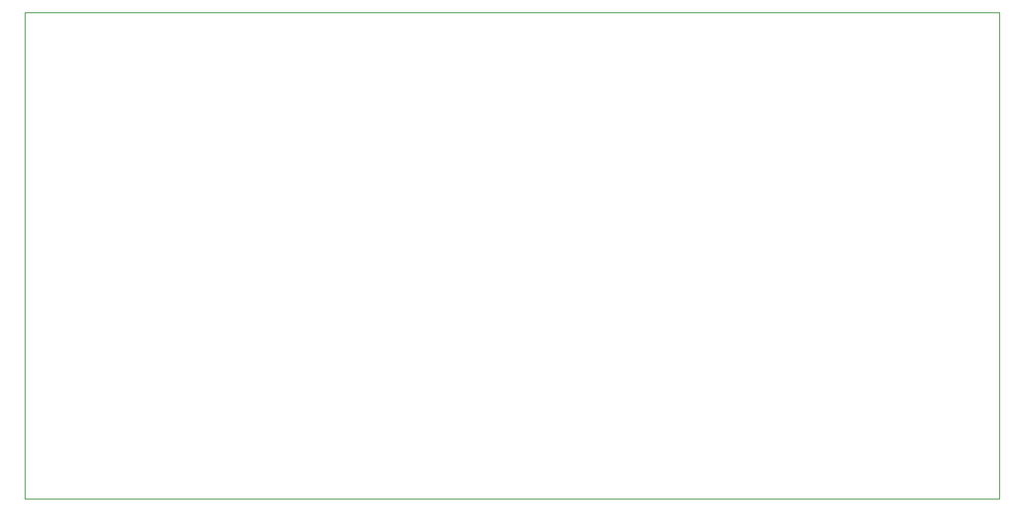
<source format=gbr>
%TF.GenerationSoftware,KiCad,Pcbnew,8.0.0-8.0.0-1~ubuntu22.04.1*%
%TF.CreationDate,2024-03-07T15:00:58-08:00*%
%TF.ProjectId,INAAmplifierRev2,494e4141-6d70-46c6-9966-696572526576,rev?*%
%TF.SameCoordinates,PX2bf7208PY9a4d770*%
%TF.FileFunction,Profile,NP*%
%FSLAX46Y46*%
G04 Gerber Fmt 4.6, Leading zero omitted, Abs format (unit mm)*
G04 Created by KiCad (PCBNEW 8.0.0-8.0.0-1~ubuntu22.04.1) date 2024-03-07 15:00:58*
%MOMM*%
%LPD*%
G01*
G04 APERTURE LIST*
%TA.AperFunction,Profile*%
%ADD10C,0.100000*%
%TD*%
G04 APERTURE END LIST*
D10*
X0Y49911000D02*
X99949000Y49911000D01*
X99949000Y0D01*
X0Y0D01*
X0Y49911000D01*
M02*

</source>
